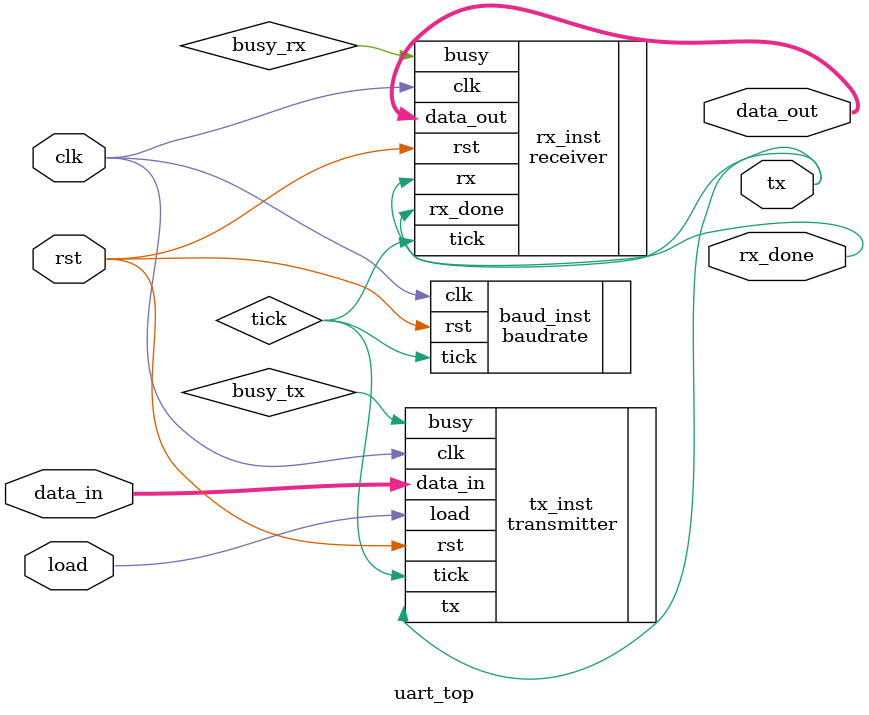
<source format=v>
module uart_top(
    input clk,
    input rst,
    input load,
    input [7:0] data_in,
    output tx,
    output [7:0] data_out,
    output rx_done
);

wire tick;
wire busy_tx;
wire busy_rx;

// Baud rate generator
baudrate #( 
    .freq(5000),
    .baud(100)
) baud_inst (
    .clk(clk),
    .rst(rst),
    .tick(tick)
);

// Transmitter
transmitter tx_inst (
    .clk(clk),
    .rst(rst),
    .load(load),
    .tick(tick),
    .data_in(data_in),
    .tx(tx),
    .busy(busy_tx)
);

// Receiver
receiver rx_inst (
    .clk(clk),
    .rst(rst),
    .tick(tick),
    .rx(tx),               // Loopback: tx connected to rx
    .rx_done(rx_done),
    .data_out(data_out),
    .busy(busy_rx)
);

endmodule

</source>
